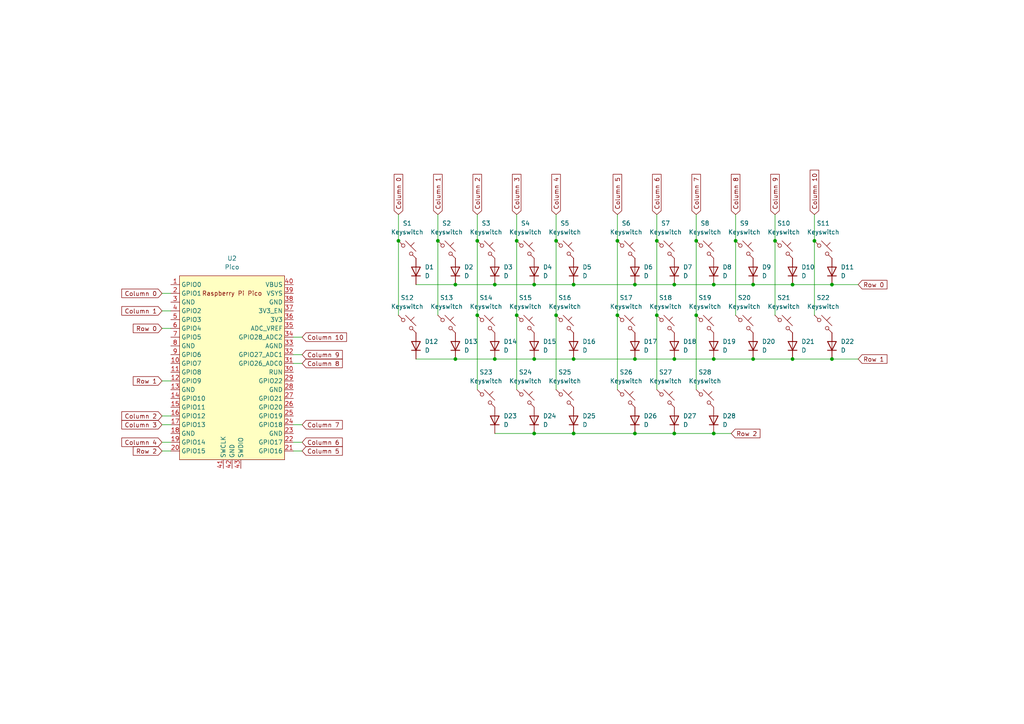
<source format=kicad_sch>
(kicad_sch (version 20231120) (generator "eeschema") (generator_version "8.0")
  (paper "A4")
  (lib_symbols
    (symbol "Device:D" (pin_numbers hide) (pin_names (offset 1.016) hide)
      (property "Reference" "D" (at 0 2.54 0))
      (property "Value" "D" (at 0 -2.54 0))
      (symbol "D_0_1"
        (polyline (pts (xy -1.27 1.27) (xy -1.27 -1.27)) (stroke (width 0.254)))
        (polyline (pts (xy 1.27 0) (xy -1.27 0)))
        (polyline (pts (xy 1.27 1.27) (xy 1.27 -1.27) (xy -1.27 0) (xy 1.27 1.27)) (stroke (width 0.254)))
      )
      (symbol "D_1_1"
        (pin passive line (at -3.81 0 0) (length 2.54) (name "K") (number "1"))
        (pin passive line (at 3.81 0 180) (length 2.54) (name "A") (number "2"))
      )
    )
    (symbol "MCU_RaspberryPi_and_Boards:Pico"
      (property "Reference" "U" (at -13.97 27.94 0))
      (property "Value" "Pico" (at 0 19.05 0))
      (symbol "Pico_0_0"
        (text "Raspberry Pi Pico" (at 0 21.59 0) (effects (font (size 1.27 1.27))))
      )
      (symbol "Pico_0_1"
        (rectangle (start -15.24 26.67) (end 15.24 -26.67) (fill (type background)))
      )
      (symbol "Pico_1_1"
        (pin bidirectional line (at -17.78 24.13 0) (length 2.54) (name "GPIO0") (number "1"))
        (pin bidirectional line (at -17.78 1.27 0) (length 2.54) (name "GPIO7") (number "10"))
        (pin bidirectional line (at -17.78 -1.27 0) (length 2.54) (name "GPIO8") (number "11"))
        (pin bidirectional line (at -17.78 -3.81 0) (length 2.54) (name "GPIO9") (number "12"))
        (pin power_in line (at -17.78 -6.35 0) (length 2.54) (name "GND") (number "13"))
        (pin bidirectional line (at -17.78 -8.89 0) (length 2.54) (name "GPIO10") (number "14"))
        (pin bidirectional line (at -17.78 -11.43 0) (length 2.54) (name "GPIO11") (number "15"))
        (pin bidirectional line (at -17.78 -13.97 0) (length 2.54) (name "GPIO12") (number "16"))
        (pin bidirectional line (at -17.78 -16.51 0) (length 2.54) (name "GPIO13") (number "17"))
        (pin power_in line (at -17.78 -19.05 0) (length 2.54) (name "GND") (number "18"))
        (pin bidirectional line (at -17.78 -21.59 0) (length 2.54) (name "GPIO14") (number "19"))
        (pin bidirectional line (at -17.78 21.59 0) (length 2.54) (name "GPIO1") (number "2"))
        (pin bidirectional line (at -17.78 -24.13 0) (length 2.54) (name "GPIO15") (number "20"))
        (pin bidirectional line (at 17.78 -24.13 180) (length 2.54) (name "GPIO16") (number "21"))
        (pin bidirectional line (at 17.78 -21.59 180) (length 2.54) (name "GPIO17") (number "22"))
        (pin power_in line (at 17.78 -19.05 180) (length 2.54) (name "GND") (number "23"))
        (pin bidirectional line (at 17.78 -16.51 180) (length 2.54) (name "GPIO18") (number "24"))
        (pin bidirectional line (at 17.78 -13.97 180) (length 2.54) (name "GPIO19") (number "25"))
        (pin bidirectional line (at 17.78 -11.43 180) (length 2.54) (name "GPIO20") (number "26"))
        (pin bidirectional line (at 17.78 -8.89 180) (length 2.54) (name "GPIO21") (number "27"))
        (pin power_in line (at 17.78 -6.35 180) (length 2.54) (name "GND") (number "28"))
        (pin bidirectional line (at 17.78 -3.81 180) (length 2.54) (name "GPIO22") (number "29"))
        (pin power_in line (at -17.78 19.05 0) (length 2.54) (name "GND") (number "3"))
        (pin input line (at 17.78 -1.27 180) (length 2.54) (name "RUN") (number "30"))
        (pin bidirectional line (at 17.78 1.27 180) (length 2.54) (name "GPIO26_ADC0") (number "31"))
        (pin bidirectional line (at 17.78 3.81 180) (length 2.54) (name "GPIO27_ADC1") (number "32"))
        (pin power_in line (at 17.78 6.35 180) (length 2.54) (name "AGND") (number "33"))
        (pin bidirectional line (at 17.78 8.89 180) (length 2.54) (name "GPIO28_ADC2") (number "34"))
        (pin power_in line (at 17.78 11.43 180) (length 2.54) (name "ADC_VREF") (number "35"))
        (pin power_in line (at 17.78 13.97 180) (length 2.54) (name "3V3") (number "36"))
        (pin input line (at 17.78 16.51 180) (length 2.54) (name "3V3_EN") (number "37"))
        (pin bidirectional line (at 17.78 19.05 180) (length 2.54) (name "GND") (number "38"))
        (pin power_in line (at 17.78 21.59 180) (length 2.54) (name "VSYS") (number "39"))
        (pin bidirectional line (at -17.78 16.51 0) (length 2.54) (name "GPIO2") (number "4"))
        (pin power_in line (at 17.78 24.13 180) (length 2.54) (name "VBUS") (number "40"))
        (pin input line (at -2.54 -29.21 90) (length 2.54) (name "SWCLK") (number "41"))
        (pin power_in line (at 0 -29.21 90) (length 2.54) (name "GND") (number "42"))
        (pin bidirectional line (at 2.54 -29.21 90) (length 2.54) (name "SWDIO") (number "43"))
        (pin bidirectional line (at -17.78 13.97 0) (length 2.54) (name "GPIO3") (number "5"))
        (pin bidirectional line (at -17.78 11.43 0) (length 2.54) (name "GPIO4") (number "6"))
        (pin bidirectional line (at -17.78 8.89 0) (length 2.54) (name "GPIO5") (number "7"))
        (pin power_in line (at -17.78 6.35 0) (length 2.54) (name "GND") (number "8"))
        (pin bidirectional line (at -17.78 3.81 0) (length 2.54) (name "GPIO6") (number "9"))
      )
    )
    (symbol "ScottoKeebs:Placeholder_Keyswitch" (pin_numbers hide) (pin_names (offset 1.016) hide)
      (property "Reference" "S" (at 3.048 1.016 0))
      (property "Value" "Keyswitch" (at 0 -3.81 0))
      (symbol "Placeholder_Keyswitch_0_1"
        (circle (center -1.1684 1.1684) (radius 0.508))
        (polyline (pts (xy -0.508 2.54) (xy 2.54 -0.508)))
        (polyline (pts (xy 1.016 1.016) (xy 2.032 2.032)))
        (polyline (pts (xy -2.54 2.54) (xy -1.524 1.524) (xy -1.524 1.524)))
        (polyline (pts (xy 1.524 -1.524) (xy 2.54 -2.54) (xy 2.54 -2.54) (xy 2.54 -2.54)))
        (circle (center 1.143 -1.1938) (radius 0.508))
        (pin passive line (at -2.54 2.54 0) (length 0) (name "1") (number "1"))
        (pin passive line (at 2.54 -2.54 180) (length 0) (name "2") (number "2"))
      )
    )
  )
  (junction (at 241.3 104.14))
  (junction (at 115.57 69.85))
  (junction (at 127 69.85))
  (junction (at 154.94 82.55))
  (junction (at 195.58 125.73))
  (junction (at 190.5 69.85))
  (junction (at 236.22 69.85))
  (junction (at 207.01 82.55))
  (junction (at 229.87 104.14))
  (junction (at 149.86 69.85))
  (junction (at 179.07 69.85))
  (junction (at 166.37 125.73))
  (junction (at 229.87 82.55))
  (junction (at 224.79 69.85))
  (junction (at 161.29 91.44))
  (junction (at 179.07 91.44))
  (junction (at 190.5 91.44))
  (junction (at 154.94 104.14))
  (junction (at 166.37 104.14))
  (junction (at 201.93 69.85))
  (junction (at 154.94 125.73))
  (junction (at 195.58 104.14))
  (junction (at 132.08 104.14))
  (junction (at 213.36 69.85))
  (junction (at 241.3 82.55))
  (junction (at 138.43 91.44))
  (junction (at 201.93 91.44))
  (junction (at 184.15 104.14))
  (junction (at 207.01 104.14))
  (junction (at 184.15 82.55))
  (junction (at 143.51 82.55))
  (junction (at 166.37 82.55))
  (junction (at 218.44 82.55))
  (junction (at 195.58 82.55))
  (junction (at 149.86 91.44))
  (junction (at 143.51 104.14))
  (junction (at 184.15 125.73))
  (junction (at 207.01 125.73))
  (junction (at 132.08 82.55))
  (junction (at 161.29 69.85))
  (junction (at 218.44 104.14))
  (junction (at 138.43 69.85))
  (wire (pts (xy 85.09 130.81) (xy 87.63 130.81)))
  (wire (pts (xy 161.29 62.23) (xy 161.29 69.85)))
  (wire (pts (xy 184.15 82.55) (xy 195.58 82.55)))
  (wire (pts (xy 46.99 120.65) (xy 49.53 120.65)))
  (wire (pts (xy 207.01 104.14) (xy 218.44 104.14)))
  (wire (pts (xy 127 62.23) (xy 127 69.85)))
  (wire (pts (xy 161.29 91.44) (xy 161.29 113.03)))
  (wire (pts (xy 218.44 82.55) (xy 229.87 82.55)))
  (wire (pts (xy 46.99 85.09) (xy 49.53 85.09)))
  (wire (pts (xy 166.37 104.14) (xy 184.15 104.14)))
  (wire (pts (xy 195.58 104.14) (xy 207.01 104.14)))
  (wire (pts (xy 154.94 104.14) (xy 166.37 104.14)))
  (wire (pts (xy 190.5 69.85) (xy 190.5 91.44)))
  (wire (pts (xy 229.87 82.55) (xy 241.3 82.55)))
  (wire (pts (xy 46.99 110.49) (xy 49.53 110.49)))
  (wire (pts (xy 201.93 91.44) (xy 201.93 113.03)))
  (wire (pts (xy 46.99 128.27) (xy 49.53 128.27)))
  (wire (pts (xy 166.37 82.55) (xy 184.15 82.55)))
  (wire (pts (xy 184.15 104.14) (xy 195.58 104.14)))
  (wire (pts (xy 207.01 82.55) (xy 218.44 82.55)))
  (wire (pts (xy 132.08 104.14) (xy 143.51 104.14)))
  (wire (pts (xy 87.63 105.41) (xy 85.09 105.41)))
  (wire (pts (xy 179.07 91.44) (xy 179.07 113.03)))
  (wire (pts (xy 190.5 91.44) (xy 190.5 113.03)))
  (wire (pts (xy 46.99 130.81) (xy 49.53 130.81)))
  (wire (pts (xy 138.43 91.44) (xy 138.43 113.03)))
  (wire (pts (xy 85.09 128.27) (xy 87.63 128.27)))
  (wire (pts (xy 138.43 69.85) (xy 138.43 91.44)))
  (wire (pts (xy 143.51 104.14) (xy 154.94 104.14)))
  (wire (pts (xy 195.58 125.73) (xy 207.01 125.73)))
  (wire (pts (xy 184.15 125.73) (xy 195.58 125.73)))
  (wire (pts (xy 46.99 123.19) (xy 49.53 123.19)))
  (wire (pts (xy 201.93 62.23) (xy 201.93 69.85)))
  (wire (pts (xy 236.22 62.23) (xy 236.22 69.85)))
  (wire (pts (xy 179.07 62.23) (xy 179.07 69.85)))
  (wire (pts (xy 218.44 104.14) (xy 229.87 104.14)))
  (wire (pts (xy 120.65 104.14) (xy 132.08 104.14)))
  (wire (pts (xy 143.51 82.55) (xy 154.94 82.55)))
  (wire (pts (xy 195.58 82.55) (xy 207.01 82.55)))
  (wire (pts (xy 201.93 69.85) (xy 201.93 91.44)))
  (wire (pts (xy 166.37 125.73) (xy 184.15 125.73)))
  (wire (pts (xy 236.22 69.85) (xy 236.22 91.44)))
  (wire (pts (xy 241.3 82.55) (xy 248.92 82.55)))
  (wire (pts (xy 179.07 69.85) (xy 179.07 91.44)))
  (wire (pts (xy 115.57 69.85) (xy 115.57 91.44)))
  (wire (pts (xy 87.63 102.87) (xy 85.09 102.87)))
  (wire (pts (xy 161.29 69.85) (xy 161.29 91.44)))
  (wire (pts (xy 143.51 125.73) (xy 154.94 125.73)))
  (wire (pts (xy 224.79 69.85) (xy 224.79 91.44)))
  (wire (pts (xy 115.57 62.23) (xy 115.57 69.85)))
  (wire (pts (xy 127 69.85) (xy 127 91.44)))
  (wire (pts (xy 46.99 90.17) (xy 49.53 90.17)))
  (wire (pts (xy 149.86 62.23) (xy 149.86 69.85)))
  (wire (pts (xy 149.86 91.44) (xy 149.86 113.03)))
  (wire (pts (xy 190.5 62.23) (xy 190.5 69.85)))
  (wire (pts (xy 154.94 82.55) (xy 166.37 82.55)))
  (wire (pts (xy 85.09 123.19) (xy 87.63 123.19)))
  (wire (pts (xy 224.79 62.23) (xy 224.79 69.85)))
  (wire (pts (xy 120.65 82.55) (xy 132.08 82.55)))
  (wire (pts (xy 207.01 125.73) (xy 212.09 125.73)))
  (wire (pts (xy 213.36 69.85) (xy 213.36 91.44)))
  (wire (pts (xy 87.63 97.79) (xy 85.09 97.79)))
  (wire (pts (xy 149.86 69.85) (xy 149.86 91.44)))
  (wire (pts (xy 248.92 104.14) (xy 241.3 104.14)))
  (wire (pts (xy 138.43 62.23) (xy 138.43 69.85)))
  (wire (pts (xy 213.36 62.23) (xy 213.36 69.85)))
  (wire (pts (xy 154.94 125.73) (xy 166.37 125.73)))
  (wire (pts (xy 46.99 95.25) (xy 49.53 95.25)))
  (wire (pts (xy 229.87 104.14) (xy 241.3 104.14)))
  (wire (pts (xy 132.08 82.55) (xy 143.51 82.55)))
  (global_label "Column 5" (shape input) (at 87.63 130.81 0) (property "Intersheetrefs" "${INTERSHEET_REFS}" (effects (hide yes))))
  (global_label "Column 5" (shape input) (at 179.07 62.23 90) (property "Intersheetrefs" "${INTERSHEET_REFS}" (effects (hide yes))))
  (global_label "Column 6" (shape input) (at 87.63 128.27 0) (property "Intersheetrefs" "${INTERSHEET_REFS}" (effects (hide yes))))
  (global_label "Column 9" (shape input) (at 87.63 102.87 0) (property "Intersheetrefs" "${INTERSHEET_REFS}" (effects (hide yes))))
  (global_label "Column 3" (shape input) (at 149.86 62.23 90) (property "Intersheetrefs" "${INTERSHEET_REFS}" (effects (hide yes))))
  (global_label "Column 8" (shape input) (at 213.36 62.23 90) (property "Intersheetrefs" "${INTERSHEET_REFS}" (effects (hide yes))))
  (global_label "Column 10" (shape input) (at 236.22 62.23 90) (property "Intersheetrefs" "${INTERSHEET_REFS}" (effects (hide yes))))
  (global_label "Column 9" (shape input) (at 224.79 62.23 90) (property "Intersheetrefs" "${INTERSHEET_REFS}" (effects (hide yes))))
  (global_label "Row 2" (shape input) (at 46.99 130.81 180) (property "Intersheetrefs" "${INTERSHEET_REFS}" (effects (hide yes))))
  (global_label "Column 2" (shape input) (at 138.43 62.23 90) (property "Intersheetrefs" "${INTERSHEET_REFS}" (effects (hide yes))))
  (global_label "Column 4" (shape input) (at 46.99 128.27 180) (property "Intersheetrefs" "${INTERSHEET_REFS}" (effects (hide yes))))
  (global_label "Row 1" (shape input) (at 46.99 110.49 180) (property "Intersheetrefs" "${INTERSHEET_REFS}" (effects (hide yes))))
  (global_label "Column 8" (shape input) (at 87.63 105.41 0) (property "Intersheetrefs" "${INTERSHEET_REFS}" (effects (hide yes))))
  (global_label "Column 7" (shape input) (at 201.93 62.23 90) (property "Intersheetrefs" "${INTERSHEET_REFS}" (effects (hide yes))))
  (global_label "Column 0" (shape input) (at 115.57 62.23 90) (property "Intersheetrefs" "${INTERSHEET_REFS}" (effects (hide yes))))
  (global_label "Column 4" (shape input) (at 161.29 62.23 90) (property "Intersheetrefs" "${INTERSHEET_REFS}" (effects (hide yes))))
  (global_label "Column 0" (shape input) (at 46.99 85.09 180) (property "Intersheetrefs" "${INTERSHEET_REFS}" (effects (hide yes))))
  (global_label "Column 1" (shape input) (at 127 62.23 90) (property "Intersheetrefs" "${INTERSHEET_REFS}" (effects (hide yes))))
  (global_label "Column 10" (shape input) (at 87.63 97.79 0) (property "Intersheetrefs" "${INTERSHEET_REFS}" (effects (hide yes))))
  (global_label "Column 2" (shape input) (at 46.99 120.65 180) (property "Intersheetrefs" "${INTERSHEET_REFS}" (effects (hide yes))))
  (global_label "Column 3" (shape input) (at 46.99 123.19 180) (property "Intersheetrefs" "${INTERSHEET_REFS}" (effects (hide yes))))
  (global_label "Column 1" (shape input) (at 46.99 90.17 180) (property "Intersheetrefs" "${INTERSHEET_REFS}" (effects (hide yes))))
  (global_label "Column 7" (shape input) (at 87.63 123.19 0) (property "Intersheetrefs" "${INTERSHEET_REFS}" (effects (hide yes))))
  (global_label "Row 0" (shape input) (at 248.92 82.55 0) (property "Intersheetrefs" "${INTERSHEET_REFS}" (effects (hide yes))))
  (global_label "Row 0" (shape input) (at 46.99 95.25 180) (property "Intersheetrefs" "${INTERSHEET_REFS}" (effects (hide yes))))
  (global_label "Row 2" (shape input) (at 212.09 125.73 0) (property "Intersheetrefs" "${INTERSHEET_REFS}" (effects (hide yes))))
  (global_label "Column 6" (shape input) (at 190.5 62.23 90) (property "Intersheetrefs" "${INTERSHEET_REFS}" (effects (hide yes))))
  (global_label "Row 1" (shape input) (at 248.92 104.14 0) (property "Intersheetrefs" "${INTERSHEET_REFS}" (effects (hide yes))))
  (symbol (lib_id "ScottoKeebs:Placeholder_Keyswitch") (at 193.04 115.57 0) (unit 1)
    (property "Reference" "S27" (at 193.04 107.95 0))
    (property "Value" "Keyswitch" (at 193.04 110.49 0))
    (property "Footprint" "ScottoKeebs_Choc:Choc_V1_1.00u" (effects (hide yes)))
    (property "Description" "Push button switch, normally open, two pins, 45° tilted" (effects (hide yes)))
  )
  (symbol (lib_id "ScottoKeebs:Placeholder_Keyswitch") (at 163.83 115.57 0) (unit 1)
    (property "Reference" "S25" (at 163.83 107.95 0))
    (property "Value" "Keyswitch" (at 163.83 110.49 0))
    (property "Footprint" "ScottoKeebs_Choc:Choc_V1_1.00u" (effects (hide yes)))
    (property "Description" "Push button switch, normally open, two pins, 45° tilted" (effects (hide yes)))
  )
  (symbol (lib_id "ScottoKeebs:Placeholder_Keyswitch") (at 152.4 93.98 0) (unit 1)
    (property "Reference" "S15" (at 152.4 86.36 0))
    (property "Value" "Keyswitch" (at 152.4 88.9 0))
    (property "Footprint" "ScottoKeebs_Choc:Choc_V1_1.00u" (effects (hide yes)))
    (property "Description" "Push button switch, normally open, two pins, 45° tilted" (effects (hide yes)))
  )
  (symbol (lib_id "Device:D") (at 241.3 100.33 90) (unit 1)
    (property "Reference" "D22" (at 243.84 99.0599 90) (effects (justify right)))
    (property "Value" "D" (at 243.84 101.5999 90) (effects (justify right)))
    (property "Footprint" "ScottoKeebs_Components:Diode_DO-35" (effects (hide yes)))
    (property "Description" "Diode" (effects (hide yes)))
    (property "Sim.Device" "D" (effects (hide yes)))
    (property "Sim.Pins" "1=K 2=A" (effects (hide yes)))
  )
  (symbol (lib_id "ScottoKeebs:Placeholder_Keyswitch") (at 227.33 72.39 0) (unit 1)
    (property "Reference" "S10" (at 227.33 64.77 0))
    (property "Value" "Keyswitch" (at 227.33 67.31 0))
    (property "Footprint" "ScottoKeebs_Choc:Choc_V1_1.00u" (effects (hide yes)))
    (property "Description" "Push button switch, normally open, two pins, 45° tilted" (effects (hide yes)))
  )
  (symbol (lib_id "Device:D") (at 207.01 78.74 90) (unit 1)
    (property "Reference" "D8" (at 209.55 77.4699 90) (effects (justify right)))
    (property "Value" "D" (at 209.55 80.0099 90) (effects (justify right)))
    (property "Footprint" "ScottoKeebs_Components:Diode_DO-35" (effects (hide yes)))
    (property "Description" "Diode" (effects (hide yes)))
    (property "Sim.Device" "D" (effects (hide yes)))
    (property "Sim.Pins" "1=K 2=A" (effects (hide yes)))
  )
  (symbol (lib_id "Device:D") (at 132.08 78.74 90) (unit 1)
    (property "Reference" "D2" (at 134.62 77.4699 90) (effects (justify right)))
    (property "Value" "D" (at 134.62 80.0099 90) (effects (justify right)))
    (property "Footprint" "ScottoKeebs_Components:Diode_DO-35" (effects (hide yes)))
    (property "Description" "Diode" (effects (hide yes)))
    (property "Sim.Device" "D" (effects (hide yes)))
    (property "Sim.Pins" "1=K 2=A" (effects (hide yes)))
  )
  (symbol (lib_id "Device:D") (at 218.44 100.33 90) (unit 1)
    (property "Reference" "D20" (at 220.98 99.0599 90) (effects (justify right)))
    (property "Value" "D" (at 220.98 101.5999 90) (effects (justify right)))
    (property "Footprint" "ScottoKeebs_Components:Diode_DO-35" (effects (hide yes)))
    (property "Description" "Diode" (effects (hide yes)))
    (property "Sim.Device" "D" (effects (hide yes)))
    (property "Sim.Pins" "1=K 2=A" (effects (hide yes)))
  )
  (symbol (lib_id "Device:D") (at 195.58 78.74 90) (unit 1)
    (property "Reference" "D7" (at 198.12 77.4699 90) (effects (justify right)))
    (property "Value" "D" (at 198.12 80.0099 90) (effects (justify right)))
    (property "Footprint" "ScottoKeebs_Components:Diode_DO-35" (effects (hide yes)))
    (property "Description" "Diode" (effects (hide yes)))
    (property "Sim.Device" "D" (effects (hide yes)))
    (property "Sim.Pins" "1=K 2=A" (effects (hide yes)))
  )
  (symbol (lib_id "Device:D") (at 184.15 121.92 90) (unit 1)
    (property "Reference" "D26" (at 186.69 120.6499 90) (effects (justify right)))
    (property "Value" "D" (at 186.69 123.1899 90) (effects (justify right)))
    (property "Footprint" "ScottoKeebs_Components:Diode_DO-35" (effects (hide yes)))
    (property "Description" "Diode" (effects (hide yes)))
    (property "Sim.Device" "D" (effects (hide yes)))
    (property "Sim.Pins" "1=K 2=A" (effects (hide yes)))
  )
  (symbol (lib_id "ScottoKeebs:Placeholder_Keyswitch") (at 238.76 72.39 0) (unit 1)
    (property "Reference" "S11" (at 238.76 64.77 0))
    (property "Value" "Keyswitch" (at 238.76 67.31 0))
    (property "Footprint" "ScottoKeebs_Choc:Choc_V1_1.00u" (effects (hide yes)))
    (property "Description" "Push button switch, normally open, two pins, 45° tilted" (effects (hide yes)))
  )
  (symbol (lib_id "Device:D") (at 143.51 100.33 90) (unit 1)
    (property "Reference" "D14" (at 146.05 99.0599 90) (effects (justify right)))
    (property "Value" "D" (at 146.05 101.5999 90) (effects (justify right)))
    (property "Footprint" "ScottoKeebs_Components:Diode_DO-35" (effects (hide yes)))
    (property "Description" "Diode" (effects (hide yes)))
    (property "Sim.Device" "D" (effects (hide yes)))
    (property "Sim.Pins" "1=K 2=A" (effects (hide yes)))
  )
  (symbol (lib_id "Device:D") (at 195.58 121.92 90) (unit 1)
    (property "Reference" "D27" (at 198.12 120.6499 90) (effects (justify right)))
    (property "Value" "D" (at 198.12 123.1899 90) (effects (justify right)))
    (property "Footprint" "ScottoKeebs_Components:Diode_DO-35" (effects (hide yes)))
    (property "Description" "Diode" (effects (hide yes)))
    (property "Sim.Device" "D" (effects (hide yes)))
    (property "Sim.Pins" "1=K 2=A" (effects (hide yes)))
  )
  (symbol (lib_id "Device:D") (at 229.87 78.74 90) (unit 1)
    (property "Reference" "D10" (at 232.41 77.4699 90) (effects (justify right)))
    (property "Value" "D" (at 232.41 80.0099 90) (effects (justify right)))
    (property "Footprint" "ScottoKeebs_Components:Diode_DO-35" (effects (hide yes)))
    (property "Description" "Diode" (effects (hide yes)))
    (property "Sim.Device" "D" (effects (hide yes)))
    (property "Sim.Pins" "1=K 2=A" (effects (hide yes)))
  )
  (symbol (lib_id "Device:D") (at 184.15 100.33 90) (unit 1)
    (property "Reference" "D17" (at 186.69 99.0599 90) (effects (justify right)))
    (property "Value" "D" (at 186.69 101.5999 90) (effects (justify right)))
    (property "Footprint" "ScottoKeebs_Components:Diode_DO-35" (effects (hide yes)))
    (property "Description" "Diode" (effects (hide yes)))
    (property "Sim.Device" "D" (effects (hide yes)))
    (property "Sim.Pins" "1=K 2=A" (effects (hide yes)))
  )
  (symbol (lib_id "ScottoKeebs:Placeholder_Keyswitch") (at 215.9 72.39 0) (unit 1)
    (property "Reference" "S9" (at 215.9 64.77 0))
    (property "Value" "Keyswitch" (at 215.9 67.31 0))
    (property "Footprint" "ScottoKeebs_Choc:Choc_V1_1.00u" (effects (hide yes)))
    (property "Description" "Push button switch, normally open, two pins, 45° tilted" (effects (hide yes)))
  )
  (symbol (lib_id "ScottoKeebs:Placeholder_Keyswitch") (at 204.47 72.39 0) (unit 1)
    (property "Reference" "S8" (at 204.47 64.77 0))
    (property "Value" "Keyswitch" (at 204.47 67.31 0))
    (property "Footprint" "ScottoKeebs_Choc:Choc_V1_1.00u" (effects (hide yes)))
    (property "Description" "Push button switch, normally open, two pins, 45° tilted" (effects (hide yes)))
  )
  (symbol (lib_id "ScottoKeebs:Placeholder_Keyswitch") (at 140.97 93.98 0) (unit 1)
    (property "Reference" "S14" (at 140.97 86.36 0))
    (property "Value" "Keyswitch" (at 140.97 88.9 0))
    (property "Footprint" "ScottoKeebs_Choc:Choc_V1_1.00u" (effects (hide yes)))
    (property "Description" "Push button switch, normally open, two pins, 45° tilted" (effects (hide yes)))
  )
  (symbol (lib_id "ScottoKeebs:Placeholder_Keyswitch") (at 140.97 72.39 0) (unit 1)
    (property "Reference" "S3" (at 140.97 64.77 0))
    (property "Value" "Keyswitch" (at 140.97 67.31 0))
    (property "Footprint" "ScottoKeebs_Choc:Choc_V1_1.00u" (effects (hide yes)))
    (property "Description" "Push button switch, normally open, two pins, 45° tilted" (effects (hide yes)))
  )
  (symbol (lib_id "Device:D") (at 120.65 100.33 90) (unit 1)
    (property "Reference" "D12" (at 123.19 99.0599 90) (effects (justify right)))
    (property "Value" "D" (at 123.19 101.5999 90) (effects (justify right)))
    (property "Footprint" "ScottoKeebs_Components:Diode_DO-35" (effects (hide yes)))
    (property "Description" "Diode" (effects (hide yes)))
    (property "Sim.Device" "D" (effects (hide yes)))
    (property "Sim.Pins" "1=K 2=A" (effects (hide yes)))
  )
  (symbol (lib_id "ScottoKeebs:Placeholder_Keyswitch") (at 215.9 93.98 0) (unit 1)
    (property "Reference" "S20" (at 215.9 86.36 0))
    (property "Value" "Keyswitch" (at 215.9 88.9 0))
    (property "Footprint" "ScottoKeebs_Choc:Choc_V1_1.00u" (effects (hide yes)))
    (property "Description" "Push button switch, normally open, two pins, 45° tilted" (effects (hide yes)))
  )
  (symbol (lib_id "ScottoKeebs:Placeholder_Keyswitch") (at 238.76 93.98 0) (unit 1)
    (property "Reference" "S22" (at 238.76 86.36 0))
    (property "Value" "Keyswitch" (at 238.76 88.9 0))
    (property "Footprint" "ScottoKeebs_Choc:Choc_V1_1.00u" (effects (hide yes)))
    (property "Description" "Push button switch, normally open, two pins, 45° tilted" (effects (hide yes)))
  )
  (symbol (lib_id "Device:D") (at 184.15 78.74 90) (unit 1)
    (property "Reference" "D6" (at 186.69 77.4699 90) (effects (justify right)))
    (property "Value" "D" (at 186.69 80.0099 90) (effects (justify right)))
    (property "Footprint" "ScottoKeebs_Components:Diode_DO-35" (effects (hide yes)))
    (property "Description" "Diode" (effects (hide yes)))
    (property "Sim.Device" "D" (effects (hide yes)))
    (property "Sim.Pins" "1=K 2=A" (effects (hide yes)))
  )
  (symbol (lib_id "ScottoKeebs:Placeholder_Keyswitch") (at 193.04 93.98 0) (unit 1)
    (property "Reference" "S18" (at 193.04 86.36 0))
    (property "Value" "Keyswitch" (at 193.04 88.9 0))
    (property "Footprint" "ScottoKeebs_Choc:Choc_V1_1.00u" (effects (hide yes)))
    (property "Description" "Push button switch, normally open, two pins, 45° tilted" (effects (hide yes)))
  )
  (symbol (lib_id "ScottoKeebs:Placeholder_Keyswitch") (at 129.54 72.39 0) (unit 1)
    (property "Reference" "S2" (at 129.54 64.77 0))
    (property "Value" "Keyswitch" (at 129.54 67.31 0))
    (property "Footprint" "ScottoKeebs_Choc:Choc_V1_1.00u" (effects (hide yes)))
    (property "Description" "Push button switch, normally open, two pins, 45° tilted" (effects (hide yes)))
  )
  (symbol (lib_id "ScottoKeebs:Placeholder_Keyswitch") (at 204.47 93.98 0) (unit 1)
    (property "Reference" "S19" (at 204.47 86.36 0))
    (property "Value" "Keyswitch" (at 204.47 88.9 0))
    (property "Footprint" "ScottoKeebs_Choc:Choc_V1_1.00u" (effects (hide yes)))
    (property "Description" "Push button switch, normally open, two pins, 45° tilted" (effects (hide yes)))
  )
  (symbol (lib_id "Device:D") (at 207.01 121.92 90) (unit 1)
    (property "Reference" "D28" (at 209.55 120.6499 90) (effects (justify right)))
    (property "Value" "D" (at 209.55 123.1899 90) (effects (justify right)))
    (property "Footprint" "ScottoKeebs_Components:Diode_DO-35" (effects (hide yes)))
    (property "Description" "Diode" (effects (hide yes)))
    (property "Sim.Device" "D" (effects (hide yes)))
    (property "Sim.Pins" "1=K 2=A" (effects (hide yes)))
  )
  (symbol (lib_id "ScottoKeebs:Placeholder_Keyswitch") (at 181.61 115.57 0) (unit 1)
    (property "Reference" "S26" (at 181.61 107.95 0))
    (property "Value" "Keyswitch" (at 181.61 110.49 0))
    (property "Footprint" "ScottoKeebs_Choc:Choc_V1_1.00u" (effects (hide yes)))
    (property "Description" "Push button switch, normally open, two pins, 45° tilted" (effects (hide yes)))
  )
  (symbol (lib_id "MCU_RaspberryPi_and_Boards:Pico") (at 67.31 106.68 0) (unit 1)
    (property "Reference" "U2" (at 67.31 74.93 0))
    (property "Value" "Pico" (at 67.31 77.47 0))
    (property "Footprint" "Library:RPi_PicoW_SMD_TH" (effects (hide yes)))
  )
  (symbol (lib_id "Device:D") (at 229.87 100.33 90) (unit 1)
    (property "Reference" "D21" (at 232.41 99.0599 90) (effects (justify right)))
    (property "Value" "D" (at 232.41 101.5999 90) (effects (justify right)))
    (property "Footprint" "ScottoKeebs_Components:Diode_DO-35" (effects (hide yes)))
    (property "Description" "Diode" (effects (hide yes)))
    (property "Sim.Device" "D" (effects (hide yes)))
    (property "Sim.Pins" "1=K 2=A" (effects (hide yes)))
  )
  (symbol (lib_id "Device:D") (at 218.44 78.74 90) (unit 1)
    (property "Reference" "D9" (at 220.98 77.4699 90) (effects (justify right)))
    (property "Value" "D" (at 220.98 80.0099 90) (effects (justify right)))
    (property "Footprint" "ScottoKeebs_Components:Diode_DO-35" (effects (hide yes)))
    (property "Description" "Diode" (effects (hide yes)))
    (property "Sim.Device" "D" (effects (hide yes)))
    (property "Sim.Pins" "1=K 2=A" (effects (hide yes)))
  )
  (symbol (lib_id "Device:D") (at 166.37 121.92 90) (unit 1)
    (property "Reference" "D25" (at 168.91 120.6499 90) (effects (justify right)))
    (property "Value" "D" (at 168.91 123.1899 90) (effects (justify right)))
    (property "Footprint" "ScottoKeebs_Components:Diode_DO-35" (effects (hide yes)))
    (property "Description" "Diode" (effects (hide yes)))
    (property "Sim.Device" "D" (effects (hide yes)))
    (property "Sim.Pins" "1=K 2=A" (effects (hide yes)))
  )
  (symbol (lib_id "Device:D") (at 143.51 78.74 90) (unit 1)
    (property "Reference" "D3" (at 146.05 77.4699 90) (effects (justify right)))
    (property "Value" "D" (at 146.05 80.0099 90) (effects (justify right)))
    (property "Footprint" "ScottoKeebs_Components:Diode_DO-35" (effects (hide yes)))
    (property "Description" "Diode" (effects (hide yes)))
    (property "Sim.Device" "D" (effects (hide yes)))
    (property "Sim.Pins" "1=K 2=A" (effects (hide yes)))
  )
  (symbol (lib_id "ScottoKeebs:Placeholder_Keyswitch") (at 204.47 115.57 0) (unit 1)
    (property "Reference" "S28" (at 204.47 107.95 0))
    (property "Value" "Keyswitch" (at 204.47 110.49 0))
    (property "Footprint" "ScottoKeebs_Choc:Choc_V1_1.00u" (effects (hide yes)))
    (property "Description" "Push button switch, normally open, two pins, 45° tilted" (effects (hide yes)))
  )
  (symbol (lib_id "ScottoKeebs:Placeholder_Keyswitch") (at 227.33 93.98 0) (unit 1)
    (property "Reference" "S21" (at 227.33 86.36 0))
    (property "Value" "Keyswitch" (at 227.33 88.9 0))
    (property "Footprint" "ScottoKeebs_Choc:Choc_V1_1.00u" (effects (hide yes)))
    (property "Description" "Push button switch, normally open, two pins, 45° tilted" (effects (hide yes)))
  )
  (symbol (lib_id "ScottoKeebs:Placeholder_Keyswitch") (at 163.83 72.39 0) (unit 1)
    (property "Reference" "S5" (at 163.83 64.77 0))
    (property "Value" "Keyswitch" (at 163.83 67.31 0))
    (property "Footprint" "ScottoKeebs_Choc:Choc_V1_1.00u" (effects (hide yes)))
    (property "Description" "Push button switch, normally open, two pins, 45° tilted" (effects (hide yes)))
  )
  (symbol (lib_id "Device:D") (at 195.58 100.33 90) (unit 1)
    (property "Reference" "D18" (at 198.12 99.0599 90) (effects (justify right)))
    (property "Value" "D" (at 198.12 101.5999 90) (effects (justify right)))
    (property "Footprint" "ScottoKeebs_Components:Diode_DO-35" (effects (hide yes)))
    (property "Description" "Diode" (effects (hide yes)))
    (property "Sim.Device" "D" (effects (hide yes)))
    (property "Sim.Pins" "1=K 2=A" (effects (hide yes)))
  )
  (symbol (lib_id "ScottoKeebs:Placeholder_Keyswitch") (at 140.97 115.57 0) (unit 1)
    (property "Reference" "S23" (at 140.97 107.95 0))
    (property "Value" "Keyswitch" (at 140.97 110.49 0))
    (property "Footprint" "ScottoKeebs_Choc:Choc_V1_1.00u" (effects (hide yes)))
    (property "Description" "Push button switch, normally open, two pins, 45° tilted" (effects (hide yes)))
  )
  (symbol (lib_id "ScottoKeebs:Placeholder_Keyswitch") (at 163.83 93.98 0) (unit 1)
    (property "Reference" "S16" (at 163.83 86.36 0))
    (property "Value" "Keyswitch" (at 163.83 88.9 0))
    (property "Footprint" "ScottoKeebs_Choc:Choc_V1_1.00u" (effects (hide yes)))
    (property "Description" "Push button switch, normally open, two pins, 45° tilted" (effects (hide yes)))
  )
  (symbol (lib_id "Device:D") (at 120.65 78.74 90) (unit 1)
    (property "Reference" "D1" (at 123.19 77.4699 90) (effects (justify right)))
    (property "Value" "D" (at 123.19 80.0099 90) (effects (justify right)))
    (property "Footprint" "ScottoKeebs_Components:Diode_DO-35" (effects (hide yes)))
    (property "Description" "Diode" (effects (hide yes)))
    (property "Sim.Device" "D" (effects (hide yes)))
    (property "Sim.Pins" "1=K 2=A" (effects (hide yes)))
  )
  (symbol (lib_id "ScottoKeebs:Placeholder_Keyswitch") (at 181.61 93.98 0) (unit 1)
    (property "Reference" "S17" (at 181.61 86.36 0))
    (property "Value" "Keyswitch" (at 181.61 88.9 0))
    (property "Footprint" "ScottoKeebs_Choc:Choc_V1_1.00u" (effects (hide yes)))
    (property "Description" "Push button switch, normally open, two pins, 45° tilted" (effects (hide yes)))
  )
  (symbol (lib_id "Device:D") (at 143.51 121.92 90) (unit 1)
    (property "Reference" "D23" (at 146.05 120.6499 90) (effects (justify right)))
    (property "Value" "D" (at 146.05 123.1899 90) (effects (justify right)))
    (property "Footprint" "ScottoKeebs_Components:Diode_DO-35" (effects (hide yes)))
    (property "Description" "Diode" (effects (hide yes)))
    (property "Sim.Device" "D" (effects (hide yes)))
    (property "Sim.Pins" "1=K 2=A" (effects (hide yes)))
  )
  (symbol (lib_id "Device:D") (at 154.94 121.92 90) (unit 1)
    (property "Reference" "D24" (at 157.48 120.6499 90) (effects (justify right)))
    (property "Value" "D" (at 157.48 123.1899 90) (effects (justify right)))
    (property "Footprint" "ScottoKeebs_Components:Diode_DO-35" (effects (hide yes)))
    (property "Description" "Diode" (effects (hide yes)))
    (property "Sim.Device" "D" (effects (hide yes)))
    (property "Sim.Pins" "1=K 2=A" (effects (hide yes)))
  )
  (symbol (lib_id "Device:D") (at 132.08 100.33 90) (unit 1)
    (property "Reference" "D13" (at 134.62 99.0599 90) (effects (justify right)))
    (property "Value" "D" (at 134.62 101.5999 90) (effects (justify right)))
    (property "Footprint" "ScottoKeebs_Components:Diode_DO-35" (effects (hide yes)))
    (property "Description" "Diode" (effects (hide yes)))
    (property "Sim.Device" "D" (effects (hide yes)))
    (property "Sim.Pins" "1=K 2=A" (effects (hide yes)))
  )
  (symbol (lib_id "Device:D") (at 166.37 100.33 90) (unit 1)
    (property "Reference" "D16" (at 168.91 99.0599 90) (effects (justify right)))
    (property "Value" "D" (at 168.91 101.5999 90) (effects (justify right)))
    (property "Footprint" "ScottoKeebs_Components:Diode_DO-35" (effects (hide yes)))
    (property "Description" "Diode" (effects (hide yes)))
    (property "Sim.Device" "D" (effects (hide yes)))
    (property "Sim.Pins" "1=K 2=A" (effects (hide yes)))
  )
  (symbol (lib_id "ScottoKeebs:Placeholder_Keyswitch") (at 181.61 72.39 0) (unit 1)
    (property "Reference" "S6" (at 181.61 64.77 0))
    (property "Value" "Keyswitch" (at 181.61 67.31 0))
    (property "Footprint" "ScottoKeebs_Choc:Choc_V1_1.00u" (effects (hide yes)))
    (property "Description" "Push button switch, normally open, two pins, 45° tilted" (effects (hide yes)))
  )
  (symbol (lib_id "ScottoKeebs:Placeholder_Keyswitch") (at 193.04 72.39 0) (unit 1)
    (property "Reference" "S7" (at 193.04 64.77 0))
    (property "Value" "Keyswitch" (at 193.04 67.31 0))
    (property "Footprint" "ScottoKeebs_Choc:Choc_V1_1.00u" (effects (hide yes)))
    (property "Description" "Push button switch, normally open, two pins, 45° tilted" (effects (hide yes)))
  )
  (symbol (lib_id "ScottoKeebs:Placeholder_Keyswitch") (at 152.4 72.39 0) (unit 1)
    (property "Reference" "S4" (at 152.4 64.77 0))
    (property "Value" "Keyswitch" (at 152.4 67.31 0))
    (property "Footprint" "ScottoKeebs_Choc:Choc_V1_1.00u" (effects (hide yes)))
    (property "Description" "Push button switch, normally open, two pins, 45° tilted" (effects (hide yes)))
  )
  (symbol (lib_id "ScottoKeebs:Placeholder_Keyswitch") (at 118.11 72.39 0) (unit 1)
    (property "Reference" "S1" (at 118.11 64.77 0))
    (property "Value" "Keyswitch" (at 118.11 67.31 0))
    (property "Footprint" "ScottoKeebs_Choc:Choc_V1_1.00u" (effects (hide yes)))
    (property "Description" "Push button switch, normally open, two pins, 45° tilted" (effects (hide yes)))
  )
  (symbol (lib_id "ScottoKeebs:Placeholder_Keyswitch") (at 152.4 115.57 0) (unit 1)
    (property "Reference" "S24" (at 152.4 107.95 0))
    (property "Value" "Keyswitch" (at 152.4 110.49 0))
    (property "Footprint" "ScottoKeebs_Choc:Choc_V1_1.00u" (effects (hide yes)))
    (property "Description" "Push button switch, normally open, two pins, 45° tilted" (effects (hide yes)))
  )
  (symbol (lib_id "ScottoKeebs:Placeholder_Keyswitch") (at 129.54 93.98 0) (unit 1)
    (property "Reference" "S13" (at 129.54 86.36 0))
    (property "Value" "Keyswitch" (at 129.54 88.9 0))
    (property "Footprint" "ScottoKeebs_Choc:Choc_V1_1.00u" (effects (hide yes)))
    (property "Description" "Push button switch, normally open, two pins, 45° tilted" (effects (hide yes)))
  )
  (symbol (lib_id "ScottoKeebs:Placeholder_Keyswitch") (at 118.11 93.98 0) (unit 1)
    (property "Reference" "S12" (at 118.11 86.36 0))
    (property "Value" "Keyswitch" (at 118.11 88.9 0))
    (property "Footprint" "ScottoKeebs_Choc:Choc_V1_1.00u" (effects (hide yes)))
    (property "Description" "Push button switch, normally open, two pins, 45° tilted" (effects (hide yes)))
  )
  (symbol (lib_id "Device:D") (at 166.37 78.74 90) (unit 1)
    (property "Reference" "D5" (at 168.91 77.4699 90) (effects (justify right)))
    (property "Value" "D" (at 168.91 80.0099 90) (effects (justify right)))
    (property "Footprint" "ScottoKeebs_Components:Diode_DO-35" (effects (hide yes)))
    (property "Description" "Diode" (effects (hide yes)))
    (property "Sim.Device" "D" (effects (hide yes)))
    (property "Sim.Pins" "1=K 2=A" (effects (hide yes)))
  )
  (symbol (lib_id "Device:D") (at 241.3 78.74 90) (unit 1)
    (property "Reference" "D11" (at 243.84 77.4699 90) (effects (justify right)))
    (property "Value" "D" (at 243.84 80.0099 90) (effects (justify right)))
    (property "Footprint" "ScottoKeebs_Components:Diode_DO-35" (effects (hide yes)))
    (property "Description" "Diode" (effects (hide yes)))
    (property "Sim.Device" "D" (effects (hide yes)))
    (property "Sim.Pins" "1=K 2=A" (effects (hide yes)))
  )
  (symbol (lib_id "Device:D") (at 154.94 100.33 90) (unit 1)
    (property "Reference" "D15" (at 157.48 99.0599 90) (effects (justify right)))
    (property "Value" "D" (at 157.48 101.5999 90) (effects (justify right)))
    (property "Footprint" "ScottoKeebs_Components:Diode_DO-35" (effects (hide yes)))
    (property "Description" "Diode" (effects (hide yes)))
    (property "Sim.Device" "D" (effects (hide yes)))
    (property "Sim.Pins" "1=K 2=A" (effects (hide yes)))
  )
  (symbol (lib_id "Device:D") (at 207.01 100.33 90) (unit 1)
    (property "Reference" "D19" (at 209.55 99.0599 90) (effects (justify right)))
    (property "Value" "D" (at 209.55 101.5999 90) (effects (justify right)))
    (property "Footprint" "ScottoKeebs_Components:Diode_DO-35" (effects (hide yes)))
    (property "Description" "Diode" (effects (hide yes)))
    (property "Sim.Device" "D" (effects (hide yes)))
    (property "Sim.Pins" "1=K 2=A" (effects (hide yes)))
  )
  (symbol (lib_id "Device:D") (at 154.94 78.74 90) (unit 1)
    (property "Reference" "D4" (at 157.48 77.4699 90) (effects (justify right)))
    (property "Value" "D" (at 157.48 80.0099 90) (effects (justify right)))
    (property "Footprint" "ScottoKeebs_Components:Diode_DO-35" (effects (hide yes)))
    (property "Description" "Diode" (effects (hide yes)))
    (property "Sim.Device" "D" (effects (hide yes)))
    (property "Sim.Pins" "1=K 2=A" (effects (hide yes)))
  )
)
</source>
